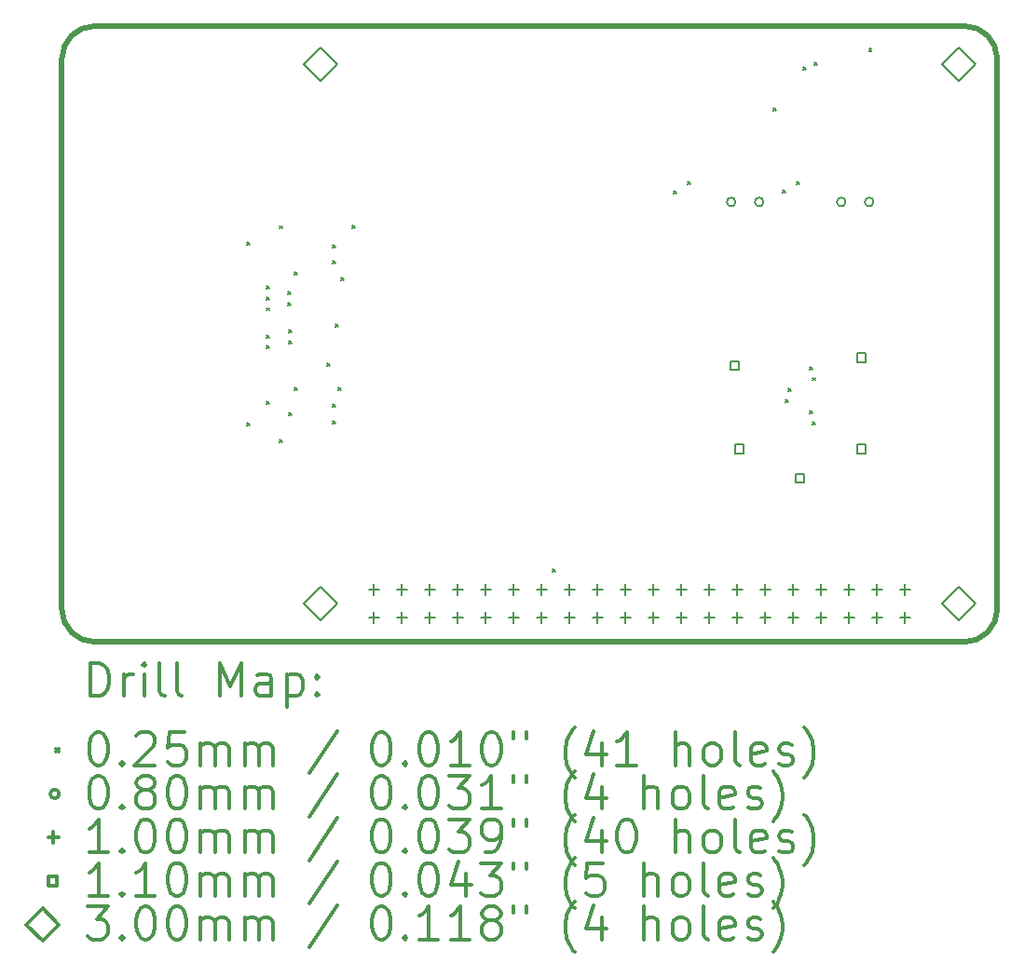
<source format=gbr>
%FSLAX45Y45*%
G04 Gerber Fmt 4.5, Leading zero omitted, Abs format (unit mm)*
G04 Created by KiCad (PCBNEW 5.1.6-c6e7f7d~87~ubuntu18.04.1) date 2020-07-27 17:04:36*
%MOMM*%
%LPD*%
G01*
G04 APERTURE LIST*
%TA.AperFunction,Profile*%
%ADD10C,0.500000*%
%TD*%
%ADD11C,0.200000*%
%ADD12C,0.300000*%
G04 APERTURE END LIST*
D10*
X8200000Y0D02*
X300000Y0D01*
X8200000Y5600000D02*
X300000Y5600000D01*
X300000Y0D02*
G75*
G02*
X0Y300000I0J300000D01*
G01*
X0Y300000D02*
X0Y5300000D01*
X0Y5300000D02*
G75*
G02*
X300000Y5600000I300000J0D01*
G01*
X8200000Y5600000D02*
G75*
G02*
X8500000Y5300000I0J-300000D01*
G01*
X8500000Y300000D02*
G75*
G02*
X8200000Y0I-300000J0D01*
G01*
X8500000Y5300000D02*
X8500000Y300000D01*
D11*
X1680500Y3631500D02*
X1705500Y3606500D01*
X1705500Y3631500D02*
X1680500Y3606500D01*
X1681500Y1992500D02*
X1706500Y1967500D01*
X1706500Y1992500D02*
X1681500Y1967500D01*
X1862500Y3237500D02*
X1887500Y3212500D01*
X1887500Y3237500D02*
X1862500Y3212500D01*
X1862500Y3137500D02*
X1887500Y3112500D01*
X1887500Y3137500D02*
X1862500Y3112500D01*
X1862500Y3037500D02*
X1887500Y3012500D01*
X1887500Y3037500D02*
X1862500Y3012500D01*
X1862500Y2787500D02*
X1887500Y2762500D01*
X1887500Y2787500D02*
X1862500Y2762500D01*
X1862500Y2697342D02*
X1887500Y2672342D01*
X1887500Y2697342D02*
X1862500Y2672342D01*
X1862500Y2187500D02*
X1887500Y2162500D01*
X1887500Y2187500D02*
X1862500Y2162500D01*
X1977500Y3782500D02*
X2002500Y3757500D01*
X2002500Y3782500D02*
X1977500Y3757500D01*
X1977500Y1842500D02*
X2002500Y1817500D01*
X2002500Y1842500D02*
X1977500Y1817500D01*
X2057500Y3187500D02*
X2082500Y3162500D01*
X2082500Y3187500D02*
X2057500Y3162500D01*
X2057500Y3087500D02*
X2082500Y3062500D01*
X2082500Y3087500D02*
X2057500Y3062500D01*
X2062500Y2837500D02*
X2087500Y2812500D01*
X2087500Y2837500D02*
X2062500Y2812500D01*
X2062500Y2737500D02*
X2087500Y2712500D01*
X2087500Y2737500D02*
X2062500Y2712500D01*
X2062500Y2087500D02*
X2087500Y2062500D01*
X2087500Y2087500D02*
X2062500Y2062500D01*
X2112500Y2312500D02*
X2137500Y2287500D01*
X2137500Y2312500D02*
X2112500Y2287500D01*
X2115000Y3365000D02*
X2140000Y3340000D01*
X2140000Y3365000D02*
X2115000Y3340000D01*
X2412500Y2537500D02*
X2437500Y2512500D01*
X2437500Y2537500D02*
X2412500Y2512500D01*
X2462500Y3612500D02*
X2487500Y3587500D01*
X2487500Y3612500D02*
X2462500Y3587500D01*
X2462500Y3462500D02*
X2487500Y3437500D01*
X2487500Y3462500D02*
X2462500Y3437500D01*
X2462500Y2162500D02*
X2487500Y2137500D01*
X2487500Y2162500D02*
X2462500Y2137500D01*
X2462500Y2012500D02*
X2487500Y1987500D01*
X2487500Y2012500D02*
X2462500Y1987500D01*
X2487500Y2887500D02*
X2512500Y2862500D01*
X2512500Y2887500D02*
X2487500Y2862500D01*
X2512500Y2312500D02*
X2537500Y2287500D01*
X2537500Y2312500D02*
X2512500Y2287500D01*
X2537500Y3312500D02*
X2562500Y3287500D01*
X2562500Y3312500D02*
X2537500Y3287500D01*
X2637500Y3787500D02*
X2662500Y3762500D01*
X2662500Y3787500D02*
X2637500Y3762500D01*
X4462501Y662499D02*
X4487501Y637499D01*
X4487501Y662499D02*
X4462501Y637499D01*
X5557500Y4102500D02*
X5582500Y4077500D01*
X5582500Y4102500D02*
X5557500Y4077500D01*
X5687500Y4182500D02*
X5712500Y4157500D01*
X5712500Y4182500D02*
X5687500Y4157500D01*
X6464500Y4851500D02*
X6489500Y4826500D01*
X6489500Y4851500D02*
X6464500Y4826500D01*
X6547500Y4112500D02*
X6572500Y4087500D01*
X6572500Y4112500D02*
X6547500Y4087500D01*
X6577500Y2202500D02*
X6602500Y2177500D01*
X6602500Y2202500D02*
X6577500Y2177500D01*
X6597500Y2302500D02*
X6622500Y2277500D01*
X6622500Y2302500D02*
X6597500Y2277500D01*
X6677500Y4182500D02*
X6702500Y4157500D01*
X6702500Y4182500D02*
X6677500Y4157500D01*
X6734500Y5226500D02*
X6759500Y5201500D01*
X6759500Y5226500D02*
X6734500Y5201500D01*
X6797500Y2502500D02*
X6822500Y2477500D01*
X6822500Y2502500D02*
X6797500Y2477500D01*
X6797500Y2102500D02*
X6822500Y2077500D01*
X6822500Y2102500D02*
X6797500Y2077500D01*
X6817500Y2402500D02*
X6842500Y2377500D01*
X6842500Y2402500D02*
X6817500Y2377500D01*
X6817500Y2002500D02*
X6842500Y1977500D01*
X6842500Y2002500D02*
X6817500Y1977500D01*
X6841500Y5271500D02*
X6866500Y5246500D01*
X6866500Y5271500D02*
X6841500Y5246500D01*
X7333500Y5396500D02*
X7358500Y5371500D01*
X7358500Y5396500D02*
X7333500Y5371500D01*
X7122500Y4000000D02*
G75*
G03*
X7122500Y4000000I-40000J0D01*
G01*
X7376500Y4000000D02*
G75*
G03*
X7376500Y4000000I-40000J0D01*
G01*
X6122500Y4000000D02*
G75*
G03*
X6122500Y4000000I-40000J0D01*
G01*
X6376500Y4000000D02*
G75*
G03*
X6376500Y4000000I-40000J0D01*
G01*
X2837000Y527000D02*
X2837000Y427000D01*
X2787000Y477000D02*
X2887000Y477000D01*
X2837000Y273000D02*
X2837000Y173000D01*
X2787000Y223000D02*
X2887000Y223000D01*
X3091000Y527000D02*
X3091000Y427000D01*
X3041000Y477000D02*
X3141000Y477000D01*
X3091000Y273000D02*
X3091000Y173000D01*
X3041000Y223000D02*
X3141000Y223000D01*
X3345000Y527000D02*
X3345000Y427000D01*
X3295000Y477000D02*
X3395000Y477000D01*
X3345000Y273000D02*
X3345000Y173000D01*
X3295000Y223000D02*
X3395000Y223000D01*
X3599000Y527000D02*
X3599000Y427000D01*
X3549000Y477000D02*
X3649000Y477000D01*
X3599000Y273000D02*
X3599000Y173000D01*
X3549000Y223000D02*
X3649000Y223000D01*
X3853000Y527000D02*
X3853000Y427000D01*
X3803000Y477000D02*
X3903000Y477000D01*
X3853000Y273000D02*
X3853000Y173000D01*
X3803000Y223000D02*
X3903000Y223000D01*
X4107000Y527000D02*
X4107000Y427000D01*
X4057000Y477000D02*
X4157000Y477000D01*
X4107000Y273000D02*
X4107000Y173000D01*
X4057000Y223000D02*
X4157000Y223000D01*
X4361000Y527000D02*
X4361000Y427000D01*
X4311000Y477000D02*
X4411000Y477000D01*
X4361000Y273000D02*
X4361000Y173000D01*
X4311000Y223000D02*
X4411000Y223000D01*
X4615000Y527000D02*
X4615000Y427000D01*
X4565000Y477000D02*
X4665000Y477000D01*
X4615000Y273000D02*
X4615000Y173000D01*
X4565000Y223000D02*
X4665000Y223000D01*
X4869000Y527000D02*
X4869000Y427000D01*
X4819000Y477000D02*
X4919000Y477000D01*
X4869000Y273000D02*
X4869000Y173000D01*
X4819000Y223000D02*
X4919000Y223000D01*
X5123000Y527000D02*
X5123000Y427000D01*
X5073000Y477000D02*
X5173000Y477000D01*
X5123000Y273000D02*
X5123000Y173000D01*
X5073000Y223000D02*
X5173000Y223000D01*
X5377000Y527000D02*
X5377000Y427000D01*
X5327000Y477000D02*
X5427000Y477000D01*
X5377000Y273000D02*
X5377000Y173000D01*
X5327000Y223000D02*
X5427000Y223000D01*
X5631000Y527000D02*
X5631000Y427000D01*
X5581000Y477000D02*
X5681000Y477000D01*
X5631000Y273000D02*
X5631000Y173000D01*
X5581000Y223000D02*
X5681000Y223000D01*
X5885000Y527000D02*
X5885000Y427000D01*
X5835000Y477000D02*
X5935000Y477000D01*
X5885000Y273000D02*
X5885000Y173000D01*
X5835000Y223000D02*
X5935000Y223000D01*
X6139000Y527000D02*
X6139000Y427000D01*
X6089000Y477000D02*
X6189000Y477000D01*
X6139000Y273000D02*
X6139000Y173000D01*
X6089000Y223000D02*
X6189000Y223000D01*
X6393000Y527000D02*
X6393000Y427000D01*
X6343000Y477000D02*
X6443000Y477000D01*
X6393000Y273000D02*
X6393000Y173000D01*
X6343000Y223000D02*
X6443000Y223000D01*
X6647000Y527000D02*
X6647000Y427000D01*
X6597000Y477000D02*
X6697000Y477000D01*
X6647000Y273000D02*
X6647000Y173000D01*
X6597000Y223000D02*
X6697000Y223000D01*
X6901000Y527000D02*
X6901000Y427000D01*
X6851000Y477000D02*
X6951000Y477000D01*
X6901000Y273000D02*
X6901000Y173000D01*
X6851000Y223000D02*
X6951000Y223000D01*
X7155000Y527000D02*
X7155000Y427000D01*
X7105000Y477000D02*
X7205000Y477000D01*
X7155000Y273000D02*
X7155000Y173000D01*
X7105000Y223000D02*
X7205000Y223000D01*
X7409000Y527000D02*
X7409000Y427000D01*
X7359000Y477000D02*
X7459000Y477000D01*
X7409000Y273000D02*
X7409000Y173000D01*
X7359000Y223000D02*
X7459000Y223000D01*
X7663000Y527000D02*
X7663000Y427000D01*
X7613000Y477000D02*
X7713000Y477000D01*
X7663000Y273000D02*
X7663000Y173000D01*
X7613000Y223000D02*
X7713000Y223000D01*
X6153891Y2476109D02*
X6153891Y2553891D01*
X6076109Y2553891D01*
X6076109Y2476109D01*
X6153891Y2476109D01*
X6193891Y1716109D02*
X6193891Y1793891D01*
X6116109Y1793891D01*
X6116109Y1716109D01*
X6193891Y1716109D01*
X6748891Y1446109D02*
X6748891Y1523891D01*
X6671109Y1523891D01*
X6671109Y1446109D01*
X6748891Y1446109D01*
X7303891Y2546109D02*
X7303891Y2623891D01*
X7226109Y2623891D01*
X7226109Y2546109D01*
X7303891Y2546109D01*
X7303891Y1716109D02*
X7303891Y1793891D01*
X7226109Y1793891D01*
X7226109Y1716109D01*
X7303891Y1716109D01*
X8150000Y5100000D02*
X8300000Y5250000D01*
X8150000Y5400000D01*
X8000000Y5250000D01*
X8150000Y5100000D01*
X8150000Y200000D02*
X8300000Y350000D01*
X8150000Y500000D01*
X8000000Y350000D01*
X8150000Y200000D01*
X2350000Y200000D02*
X2500000Y350000D01*
X2350000Y500000D01*
X2200000Y350000D01*
X2350000Y200000D01*
X2350000Y5100000D02*
X2500000Y5250000D01*
X2350000Y5400000D01*
X2200000Y5250000D01*
X2350000Y5100000D01*
D12*
X261428Y-490714D02*
X261428Y-190714D01*
X332857Y-190714D01*
X375714Y-205000D01*
X404285Y-233571D01*
X418571Y-262143D01*
X432857Y-319286D01*
X432857Y-362143D01*
X418571Y-419286D01*
X404285Y-447857D01*
X375714Y-476429D01*
X332857Y-490714D01*
X261428Y-490714D01*
X561428Y-490714D02*
X561428Y-290714D01*
X561428Y-347857D02*
X575714Y-319286D01*
X590000Y-305000D01*
X618571Y-290714D01*
X647143Y-290714D01*
X747143Y-490714D02*
X747143Y-290714D01*
X747143Y-190714D02*
X732857Y-205000D01*
X747143Y-219286D01*
X761428Y-205000D01*
X747143Y-190714D01*
X747143Y-219286D01*
X932857Y-490714D02*
X904285Y-476429D01*
X890000Y-447857D01*
X890000Y-190714D01*
X1090000Y-490714D02*
X1061428Y-476429D01*
X1047143Y-447857D01*
X1047143Y-190714D01*
X1432857Y-490714D02*
X1432857Y-190714D01*
X1532857Y-405000D01*
X1632857Y-190714D01*
X1632857Y-490714D01*
X1904285Y-490714D02*
X1904285Y-333572D01*
X1890000Y-305000D01*
X1861428Y-290714D01*
X1804285Y-290714D01*
X1775714Y-305000D01*
X1904285Y-476429D02*
X1875714Y-490714D01*
X1804285Y-490714D01*
X1775714Y-476429D01*
X1761428Y-447857D01*
X1761428Y-419286D01*
X1775714Y-390714D01*
X1804285Y-376429D01*
X1875714Y-376429D01*
X1904285Y-362143D01*
X2047143Y-290714D02*
X2047143Y-590714D01*
X2047143Y-305000D02*
X2075714Y-290714D01*
X2132857Y-290714D01*
X2161428Y-305000D01*
X2175714Y-319286D01*
X2190000Y-347857D01*
X2190000Y-433571D01*
X2175714Y-462143D01*
X2161428Y-476429D01*
X2132857Y-490714D01*
X2075714Y-490714D01*
X2047143Y-476429D01*
X2318571Y-462143D02*
X2332857Y-476429D01*
X2318571Y-490714D01*
X2304286Y-476429D01*
X2318571Y-462143D01*
X2318571Y-490714D01*
X2318571Y-305000D02*
X2332857Y-319286D01*
X2318571Y-333572D01*
X2304286Y-319286D01*
X2318571Y-305000D01*
X2318571Y-333572D01*
X-50000Y-972500D02*
X-25000Y-997500D01*
X-25000Y-972500D02*
X-50000Y-997500D01*
X318571Y-820714D02*
X347143Y-820714D01*
X375714Y-835000D01*
X390000Y-849286D01*
X404285Y-877857D01*
X418571Y-935000D01*
X418571Y-1006429D01*
X404285Y-1063572D01*
X390000Y-1092143D01*
X375714Y-1106429D01*
X347143Y-1120714D01*
X318571Y-1120714D01*
X290000Y-1106429D01*
X275714Y-1092143D01*
X261428Y-1063572D01*
X247143Y-1006429D01*
X247143Y-935000D01*
X261428Y-877857D01*
X275714Y-849286D01*
X290000Y-835000D01*
X318571Y-820714D01*
X547143Y-1092143D02*
X561428Y-1106429D01*
X547143Y-1120714D01*
X532857Y-1106429D01*
X547143Y-1092143D01*
X547143Y-1120714D01*
X675714Y-849286D02*
X690000Y-835000D01*
X718571Y-820714D01*
X790000Y-820714D01*
X818571Y-835000D01*
X832857Y-849286D01*
X847143Y-877857D01*
X847143Y-906429D01*
X832857Y-949286D01*
X661428Y-1120714D01*
X847143Y-1120714D01*
X1118571Y-820714D02*
X975714Y-820714D01*
X961428Y-963571D01*
X975714Y-949286D01*
X1004285Y-935000D01*
X1075714Y-935000D01*
X1104286Y-949286D01*
X1118571Y-963571D01*
X1132857Y-992143D01*
X1132857Y-1063572D01*
X1118571Y-1092143D01*
X1104286Y-1106429D01*
X1075714Y-1120714D01*
X1004285Y-1120714D01*
X975714Y-1106429D01*
X961428Y-1092143D01*
X1261428Y-1120714D02*
X1261428Y-920714D01*
X1261428Y-949286D02*
X1275714Y-935000D01*
X1304286Y-920714D01*
X1347143Y-920714D01*
X1375714Y-935000D01*
X1390000Y-963571D01*
X1390000Y-1120714D01*
X1390000Y-963571D02*
X1404285Y-935000D01*
X1432857Y-920714D01*
X1475714Y-920714D01*
X1504285Y-935000D01*
X1518571Y-963571D01*
X1518571Y-1120714D01*
X1661428Y-1120714D02*
X1661428Y-920714D01*
X1661428Y-949286D02*
X1675714Y-935000D01*
X1704285Y-920714D01*
X1747143Y-920714D01*
X1775714Y-935000D01*
X1790000Y-963571D01*
X1790000Y-1120714D01*
X1790000Y-963571D02*
X1804285Y-935000D01*
X1832857Y-920714D01*
X1875714Y-920714D01*
X1904285Y-935000D01*
X1918571Y-963571D01*
X1918571Y-1120714D01*
X2504286Y-806429D02*
X2247143Y-1192143D01*
X2890000Y-820714D02*
X2918571Y-820714D01*
X2947143Y-835000D01*
X2961428Y-849286D01*
X2975714Y-877857D01*
X2990000Y-935000D01*
X2990000Y-1006429D01*
X2975714Y-1063572D01*
X2961428Y-1092143D01*
X2947143Y-1106429D01*
X2918571Y-1120714D01*
X2890000Y-1120714D01*
X2861428Y-1106429D01*
X2847143Y-1092143D01*
X2832857Y-1063572D01*
X2818571Y-1006429D01*
X2818571Y-935000D01*
X2832857Y-877857D01*
X2847143Y-849286D01*
X2861428Y-835000D01*
X2890000Y-820714D01*
X3118571Y-1092143D02*
X3132857Y-1106429D01*
X3118571Y-1120714D01*
X3104285Y-1106429D01*
X3118571Y-1092143D01*
X3118571Y-1120714D01*
X3318571Y-820714D02*
X3347143Y-820714D01*
X3375714Y-835000D01*
X3390000Y-849286D01*
X3404285Y-877857D01*
X3418571Y-935000D01*
X3418571Y-1006429D01*
X3404285Y-1063572D01*
X3390000Y-1092143D01*
X3375714Y-1106429D01*
X3347143Y-1120714D01*
X3318571Y-1120714D01*
X3290000Y-1106429D01*
X3275714Y-1092143D01*
X3261428Y-1063572D01*
X3247143Y-1006429D01*
X3247143Y-935000D01*
X3261428Y-877857D01*
X3275714Y-849286D01*
X3290000Y-835000D01*
X3318571Y-820714D01*
X3704285Y-1120714D02*
X3532857Y-1120714D01*
X3618571Y-1120714D02*
X3618571Y-820714D01*
X3590000Y-863571D01*
X3561428Y-892143D01*
X3532857Y-906429D01*
X3890000Y-820714D02*
X3918571Y-820714D01*
X3947143Y-835000D01*
X3961428Y-849286D01*
X3975714Y-877857D01*
X3990000Y-935000D01*
X3990000Y-1006429D01*
X3975714Y-1063572D01*
X3961428Y-1092143D01*
X3947143Y-1106429D01*
X3918571Y-1120714D01*
X3890000Y-1120714D01*
X3861428Y-1106429D01*
X3847143Y-1092143D01*
X3832857Y-1063572D01*
X3818571Y-1006429D01*
X3818571Y-935000D01*
X3832857Y-877857D01*
X3847143Y-849286D01*
X3861428Y-835000D01*
X3890000Y-820714D01*
X4104285Y-820714D02*
X4104285Y-877857D01*
X4218571Y-820714D02*
X4218571Y-877857D01*
X4661428Y-1235000D02*
X4647143Y-1220714D01*
X4618571Y-1177857D01*
X4604286Y-1149286D01*
X4590000Y-1106429D01*
X4575714Y-1035000D01*
X4575714Y-977857D01*
X4590000Y-906429D01*
X4604286Y-863571D01*
X4618571Y-835000D01*
X4647143Y-792143D01*
X4661428Y-777857D01*
X4904286Y-920714D02*
X4904286Y-1120714D01*
X4832857Y-806429D02*
X4761428Y-1020714D01*
X4947143Y-1020714D01*
X5218571Y-1120714D02*
X5047143Y-1120714D01*
X5132857Y-1120714D02*
X5132857Y-820714D01*
X5104286Y-863571D01*
X5075714Y-892143D01*
X5047143Y-906429D01*
X5575714Y-1120714D02*
X5575714Y-820714D01*
X5704285Y-1120714D02*
X5704285Y-963571D01*
X5690000Y-935000D01*
X5661428Y-920714D01*
X5618571Y-920714D01*
X5590000Y-935000D01*
X5575714Y-949286D01*
X5890000Y-1120714D02*
X5861428Y-1106429D01*
X5847143Y-1092143D01*
X5832857Y-1063572D01*
X5832857Y-977857D01*
X5847143Y-949286D01*
X5861428Y-935000D01*
X5890000Y-920714D01*
X5932857Y-920714D01*
X5961428Y-935000D01*
X5975714Y-949286D01*
X5990000Y-977857D01*
X5990000Y-1063572D01*
X5975714Y-1092143D01*
X5961428Y-1106429D01*
X5932857Y-1120714D01*
X5890000Y-1120714D01*
X6161428Y-1120714D02*
X6132857Y-1106429D01*
X6118571Y-1077857D01*
X6118571Y-820714D01*
X6390000Y-1106429D02*
X6361428Y-1120714D01*
X6304285Y-1120714D01*
X6275714Y-1106429D01*
X6261428Y-1077857D01*
X6261428Y-963571D01*
X6275714Y-935000D01*
X6304285Y-920714D01*
X6361428Y-920714D01*
X6390000Y-935000D01*
X6404285Y-963571D01*
X6404285Y-992143D01*
X6261428Y-1020714D01*
X6518571Y-1106429D02*
X6547143Y-1120714D01*
X6604285Y-1120714D01*
X6632857Y-1106429D01*
X6647143Y-1077857D01*
X6647143Y-1063572D01*
X6632857Y-1035000D01*
X6604285Y-1020714D01*
X6561428Y-1020714D01*
X6532857Y-1006429D01*
X6518571Y-977857D01*
X6518571Y-963571D01*
X6532857Y-935000D01*
X6561428Y-920714D01*
X6604285Y-920714D01*
X6632857Y-935000D01*
X6747143Y-1235000D02*
X6761428Y-1220714D01*
X6790000Y-1177857D01*
X6804285Y-1149286D01*
X6818571Y-1106429D01*
X6832857Y-1035000D01*
X6832857Y-977857D01*
X6818571Y-906429D01*
X6804285Y-863571D01*
X6790000Y-835000D01*
X6761428Y-792143D01*
X6747143Y-777857D01*
X-25000Y-1381000D02*
G75*
G03*
X-25000Y-1381000I-40000J0D01*
G01*
X318571Y-1216714D02*
X347143Y-1216714D01*
X375714Y-1231000D01*
X390000Y-1245286D01*
X404285Y-1273857D01*
X418571Y-1331000D01*
X418571Y-1402429D01*
X404285Y-1459571D01*
X390000Y-1488143D01*
X375714Y-1502429D01*
X347143Y-1516714D01*
X318571Y-1516714D01*
X290000Y-1502429D01*
X275714Y-1488143D01*
X261428Y-1459571D01*
X247143Y-1402429D01*
X247143Y-1331000D01*
X261428Y-1273857D01*
X275714Y-1245286D01*
X290000Y-1231000D01*
X318571Y-1216714D01*
X547143Y-1488143D02*
X561428Y-1502429D01*
X547143Y-1516714D01*
X532857Y-1502429D01*
X547143Y-1488143D01*
X547143Y-1516714D01*
X732857Y-1345286D02*
X704285Y-1331000D01*
X690000Y-1316714D01*
X675714Y-1288143D01*
X675714Y-1273857D01*
X690000Y-1245286D01*
X704285Y-1231000D01*
X732857Y-1216714D01*
X790000Y-1216714D01*
X818571Y-1231000D01*
X832857Y-1245286D01*
X847143Y-1273857D01*
X847143Y-1288143D01*
X832857Y-1316714D01*
X818571Y-1331000D01*
X790000Y-1345286D01*
X732857Y-1345286D01*
X704285Y-1359572D01*
X690000Y-1373857D01*
X675714Y-1402429D01*
X675714Y-1459571D01*
X690000Y-1488143D01*
X704285Y-1502429D01*
X732857Y-1516714D01*
X790000Y-1516714D01*
X818571Y-1502429D01*
X832857Y-1488143D01*
X847143Y-1459571D01*
X847143Y-1402429D01*
X832857Y-1373857D01*
X818571Y-1359572D01*
X790000Y-1345286D01*
X1032857Y-1216714D02*
X1061428Y-1216714D01*
X1090000Y-1231000D01*
X1104286Y-1245286D01*
X1118571Y-1273857D01*
X1132857Y-1331000D01*
X1132857Y-1402429D01*
X1118571Y-1459571D01*
X1104286Y-1488143D01*
X1090000Y-1502429D01*
X1061428Y-1516714D01*
X1032857Y-1516714D01*
X1004285Y-1502429D01*
X990000Y-1488143D01*
X975714Y-1459571D01*
X961428Y-1402429D01*
X961428Y-1331000D01*
X975714Y-1273857D01*
X990000Y-1245286D01*
X1004285Y-1231000D01*
X1032857Y-1216714D01*
X1261428Y-1516714D02*
X1261428Y-1316714D01*
X1261428Y-1345286D02*
X1275714Y-1331000D01*
X1304286Y-1316714D01*
X1347143Y-1316714D01*
X1375714Y-1331000D01*
X1390000Y-1359572D01*
X1390000Y-1516714D01*
X1390000Y-1359572D02*
X1404285Y-1331000D01*
X1432857Y-1316714D01*
X1475714Y-1316714D01*
X1504285Y-1331000D01*
X1518571Y-1359572D01*
X1518571Y-1516714D01*
X1661428Y-1516714D02*
X1661428Y-1316714D01*
X1661428Y-1345286D02*
X1675714Y-1331000D01*
X1704285Y-1316714D01*
X1747143Y-1316714D01*
X1775714Y-1331000D01*
X1790000Y-1359572D01*
X1790000Y-1516714D01*
X1790000Y-1359572D02*
X1804285Y-1331000D01*
X1832857Y-1316714D01*
X1875714Y-1316714D01*
X1904285Y-1331000D01*
X1918571Y-1359572D01*
X1918571Y-1516714D01*
X2504286Y-1202429D02*
X2247143Y-1588143D01*
X2890000Y-1216714D02*
X2918571Y-1216714D01*
X2947143Y-1231000D01*
X2961428Y-1245286D01*
X2975714Y-1273857D01*
X2990000Y-1331000D01*
X2990000Y-1402429D01*
X2975714Y-1459571D01*
X2961428Y-1488143D01*
X2947143Y-1502429D01*
X2918571Y-1516714D01*
X2890000Y-1516714D01*
X2861428Y-1502429D01*
X2847143Y-1488143D01*
X2832857Y-1459571D01*
X2818571Y-1402429D01*
X2818571Y-1331000D01*
X2832857Y-1273857D01*
X2847143Y-1245286D01*
X2861428Y-1231000D01*
X2890000Y-1216714D01*
X3118571Y-1488143D02*
X3132857Y-1502429D01*
X3118571Y-1516714D01*
X3104285Y-1502429D01*
X3118571Y-1488143D01*
X3118571Y-1516714D01*
X3318571Y-1216714D02*
X3347143Y-1216714D01*
X3375714Y-1231000D01*
X3390000Y-1245286D01*
X3404285Y-1273857D01*
X3418571Y-1331000D01*
X3418571Y-1402429D01*
X3404285Y-1459571D01*
X3390000Y-1488143D01*
X3375714Y-1502429D01*
X3347143Y-1516714D01*
X3318571Y-1516714D01*
X3290000Y-1502429D01*
X3275714Y-1488143D01*
X3261428Y-1459571D01*
X3247143Y-1402429D01*
X3247143Y-1331000D01*
X3261428Y-1273857D01*
X3275714Y-1245286D01*
X3290000Y-1231000D01*
X3318571Y-1216714D01*
X3518571Y-1216714D02*
X3704285Y-1216714D01*
X3604285Y-1331000D01*
X3647143Y-1331000D01*
X3675714Y-1345286D01*
X3690000Y-1359572D01*
X3704285Y-1388143D01*
X3704285Y-1459571D01*
X3690000Y-1488143D01*
X3675714Y-1502429D01*
X3647143Y-1516714D01*
X3561428Y-1516714D01*
X3532857Y-1502429D01*
X3518571Y-1488143D01*
X3990000Y-1516714D02*
X3818571Y-1516714D01*
X3904285Y-1516714D02*
X3904285Y-1216714D01*
X3875714Y-1259572D01*
X3847143Y-1288143D01*
X3818571Y-1302429D01*
X4104285Y-1216714D02*
X4104285Y-1273857D01*
X4218571Y-1216714D02*
X4218571Y-1273857D01*
X4661428Y-1631000D02*
X4647143Y-1616714D01*
X4618571Y-1573857D01*
X4604286Y-1545286D01*
X4590000Y-1502429D01*
X4575714Y-1431000D01*
X4575714Y-1373857D01*
X4590000Y-1302429D01*
X4604286Y-1259572D01*
X4618571Y-1231000D01*
X4647143Y-1188143D01*
X4661428Y-1173857D01*
X4904286Y-1316714D02*
X4904286Y-1516714D01*
X4832857Y-1202429D02*
X4761428Y-1416714D01*
X4947143Y-1416714D01*
X5290000Y-1516714D02*
X5290000Y-1216714D01*
X5418571Y-1516714D02*
X5418571Y-1359572D01*
X5404286Y-1331000D01*
X5375714Y-1316714D01*
X5332857Y-1316714D01*
X5304286Y-1331000D01*
X5290000Y-1345286D01*
X5604285Y-1516714D02*
X5575714Y-1502429D01*
X5561428Y-1488143D01*
X5547143Y-1459571D01*
X5547143Y-1373857D01*
X5561428Y-1345286D01*
X5575714Y-1331000D01*
X5604285Y-1316714D01*
X5647143Y-1316714D01*
X5675714Y-1331000D01*
X5690000Y-1345286D01*
X5704285Y-1373857D01*
X5704285Y-1459571D01*
X5690000Y-1488143D01*
X5675714Y-1502429D01*
X5647143Y-1516714D01*
X5604285Y-1516714D01*
X5875714Y-1516714D02*
X5847143Y-1502429D01*
X5832857Y-1473857D01*
X5832857Y-1216714D01*
X6104285Y-1502429D02*
X6075714Y-1516714D01*
X6018571Y-1516714D01*
X5990000Y-1502429D01*
X5975714Y-1473857D01*
X5975714Y-1359572D01*
X5990000Y-1331000D01*
X6018571Y-1316714D01*
X6075714Y-1316714D01*
X6104285Y-1331000D01*
X6118571Y-1359572D01*
X6118571Y-1388143D01*
X5975714Y-1416714D01*
X6232857Y-1502429D02*
X6261428Y-1516714D01*
X6318571Y-1516714D01*
X6347143Y-1502429D01*
X6361428Y-1473857D01*
X6361428Y-1459571D01*
X6347143Y-1431000D01*
X6318571Y-1416714D01*
X6275714Y-1416714D01*
X6247143Y-1402429D01*
X6232857Y-1373857D01*
X6232857Y-1359572D01*
X6247143Y-1331000D01*
X6275714Y-1316714D01*
X6318571Y-1316714D01*
X6347143Y-1331000D01*
X6461428Y-1631000D02*
X6475714Y-1616714D01*
X6504285Y-1573857D01*
X6518571Y-1545286D01*
X6532857Y-1502429D01*
X6547143Y-1431000D01*
X6547143Y-1373857D01*
X6532857Y-1302429D01*
X6518571Y-1259572D01*
X6504285Y-1231000D01*
X6475714Y-1188143D01*
X6461428Y-1173857D01*
X-75000Y-1727000D02*
X-75000Y-1827000D01*
X-125000Y-1777000D02*
X-25000Y-1777000D01*
X418571Y-1912714D02*
X247143Y-1912714D01*
X332857Y-1912714D02*
X332857Y-1612714D01*
X304286Y-1655571D01*
X275714Y-1684143D01*
X247143Y-1698429D01*
X547143Y-1884143D02*
X561428Y-1898429D01*
X547143Y-1912714D01*
X532857Y-1898429D01*
X547143Y-1884143D01*
X547143Y-1912714D01*
X747143Y-1612714D02*
X775714Y-1612714D01*
X804285Y-1627000D01*
X818571Y-1641286D01*
X832857Y-1669857D01*
X847143Y-1727000D01*
X847143Y-1798429D01*
X832857Y-1855571D01*
X818571Y-1884143D01*
X804285Y-1898429D01*
X775714Y-1912714D01*
X747143Y-1912714D01*
X718571Y-1898429D01*
X704285Y-1884143D01*
X690000Y-1855571D01*
X675714Y-1798429D01*
X675714Y-1727000D01*
X690000Y-1669857D01*
X704285Y-1641286D01*
X718571Y-1627000D01*
X747143Y-1612714D01*
X1032857Y-1612714D02*
X1061428Y-1612714D01*
X1090000Y-1627000D01*
X1104286Y-1641286D01*
X1118571Y-1669857D01*
X1132857Y-1727000D01*
X1132857Y-1798429D01*
X1118571Y-1855571D01*
X1104286Y-1884143D01*
X1090000Y-1898429D01*
X1061428Y-1912714D01*
X1032857Y-1912714D01*
X1004285Y-1898429D01*
X990000Y-1884143D01*
X975714Y-1855571D01*
X961428Y-1798429D01*
X961428Y-1727000D01*
X975714Y-1669857D01*
X990000Y-1641286D01*
X1004285Y-1627000D01*
X1032857Y-1612714D01*
X1261428Y-1912714D02*
X1261428Y-1712714D01*
X1261428Y-1741286D02*
X1275714Y-1727000D01*
X1304286Y-1712714D01*
X1347143Y-1712714D01*
X1375714Y-1727000D01*
X1390000Y-1755571D01*
X1390000Y-1912714D01*
X1390000Y-1755571D02*
X1404285Y-1727000D01*
X1432857Y-1712714D01*
X1475714Y-1712714D01*
X1504285Y-1727000D01*
X1518571Y-1755571D01*
X1518571Y-1912714D01*
X1661428Y-1912714D02*
X1661428Y-1712714D01*
X1661428Y-1741286D02*
X1675714Y-1727000D01*
X1704285Y-1712714D01*
X1747143Y-1712714D01*
X1775714Y-1727000D01*
X1790000Y-1755571D01*
X1790000Y-1912714D01*
X1790000Y-1755571D02*
X1804285Y-1727000D01*
X1832857Y-1712714D01*
X1875714Y-1712714D01*
X1904285Y-1727000D01*
X1918571Y-1755571D01*
X1918571Y-1912714D01*
X2504286Y-1598429D02*
X2247143Y-1984143D01*
X2890000Y-1612714D02*
X2918571Y-1612714D01*
X2947143Y-1627000D01*
X2961428Y-1641286D01*
X2975714Y-1669857D01*
X2990000Y-1727000D01*
X2990000Y-1798429D01*
X2975714Y-1855571D01*
X2961428Y-1884143D01*
X2947143Y-1898429D01*
X2918571Y-1912714D01*
X2890000Y-1912714D01*
X2861428Y-1898429D01*
X2847143Y-1884143D01*
X2832857Y-1855571D01*
X2818571Y-1798429D01*
X2818571Y-1727000D01*
X2832857Y-1669857D01*
X2847143Y-1641286D01*
X2861428Y-1627000D01*
X2890000Y-1612714D01*
X3118571Y-1884143D02*
X3132857Y-1898429D01*
X3118571Y-1912714D01*
X3104285Y-1898429D01*
X3118571Y-1884143D01*
X3118571Y-1912714D01*
X3318571Y-1612714D02*
X3347143Y-1612714D01*
X3375714Y-1627000D01*
X3390000Y-1641286D01*
X3404285Y-1669857D01*
X3418571Y-1727000D01*
X3418571Y-1798429D01*
X3404285Y-1855571D01*
X3390000Y-1884143D01*
X3375714Y-1898429D01*
X3347143Y-1912714D01*
X3318571Y-1912714D01*
X3290000Y-1898429D01*
X3275714Y-1884143D01*
X3261428Y-1855571D01*
X3247143Y-1798429D01*
X3247143Y-1727000D01*
X3261428Y-1669857D01*
X3275714Y-1641286D01*
X3290000Y-1627000D01*
X3318571Y-1612714D01*
X3518571Y-1612714D02*
X3704285Y-1612714D01*
X3604285Y-1727000D01*
X3647143Y-1727000D01*
X3675714Y-1741286D01*
X3690000Y-1755571D01*
X3704285Y-1784143D01*
X3704285Y-1855571D01*
X3690000Y-1884143D01*
X3675714Y-1898429D01*
X3647143Y-1912714D01*
X3561428Y-1912714D01*
X3532857Y-1898429D01*
X3518571Y-1884143D01*
X3847143Y-1912714D02*
X3904285Y-1912714D01*
X3932857Y-1898429D01*
X3947143Y-1884143D01*
X3975714Y-1841286D01*
X3990000Y-1784143D01*
X3990000Y-1669857D01*
X3975714Y-1641286D01*
X3961428Y-1627000D01*
X3932857Y-1612714D01*
X3875714Y-1612714D01*
X3847143Y-1627000D01*
X3832857Y-1641286D01*
X3818571Y-1669857D01*
X3818571Y-1741286D01*
X3832857Y-1769857D01*
X3847143Y-1784143D01*
X3875714Y-1798429D01*
X3932857Y-1798429D01*
X3961428Y-1784143D01*
X3975714Y-1769857D01*
X3990000Y-1741286D01*
X4104285Y-1612714D02*
X4104285Y-1669857D01*
X4218571Y-1612714D02*
X4218571Y-1669857D01*
X4661428Y-2027000D02*
X4647143Y-2012714D01*
X4618571Y-1969857D01*
X4604286Y-1941286D01*
X4590000Y-1898429D01*
X4575714Y-1827000D01*
X4575714Y-1769857D01*
X4590000Y-1698429D01*
X4604286Y-1655571D01*
X4618571Y-1627000D01*
X4647143Y-1584143D01*
X4661428Y-1569857D01*
X4904286Y-1712714D02*
X4904286Y-1912714D01*
X4832857Y-1598429D02*
X4761428Y-1812714D01*
X4947143Y-1812714D01*
X5118571Y-1612714D02*
X5147143Y-1612714D01*
X5175714Y-1627000D01*
X5190000Y-1641286D01*
X5204286Y-1669857D01*
X5218571Y-1727000D01*
X5218571Y-1798429D01*
X5204286Y-1855571D01*
X5190000Y-1884143D01*
X5175714Y-1898429D01*
X5147143Y-1912714D01*
X5118571Y-1912714D01*
X5090000Y-1898429D01*
X5075714Y-1884143D01*
X5061428Y-1855571D01*
X5047143Y-1798429D01*
X5047143Y-1727000D01*
X5061428Y-1669857D01*
X5075714Y-1641286D01*
X5090000Y-1627000D01*
X5118571Y-1612714D01*
X5575714Y-1912714D02*
X5575714Y-1612714D01*
X5704285Y-1912714D02*
X5704285Y-1755571D01*
X5690000Y-1727000D01*
X5661428Y-1712714D01*
X5618571Y-1712714D01*
X5590000Y-1727000D01*
X5575714Y-1741286D01*
X5890000Y-1912714D02*
X5861428Y-1898429D01*
X5847143Y-1884143D01*
X5832857Y-1855571D01*
X5832857Y-1769857D01*
X5847143Y-1741286D01*
X5861428Y-1727000D01*
X5890000Y-1712714D01*
X5932857Y-1712714D01*
X5961428Y-1727000D01*
X5975714Y-1741286D01*
X5990000Y-1769857D01*
X5990000Y-1855571D01*
X5975714Y-1884143D01*
X5961428Y-1898429D01*
X5932857Y-1912714D01*
X5890000Y-1912714D01*
X6161428Y-1912714D02*
X6132857Y-1898429D01*
X6118571Y-1869857D01*
X6118571Y-1612714D01*
X6390000Y-1898429D02*
X6361428Y-1912714D01*
X6304285Y-1912714D01*
X6275714Y-1898429D01*
X6261428Y-1869857D01*
X6261428Y-1755571D01*
X6275714Y-1727000D01*
X6304285Y-1712714D01*
X6361428Y-1712714D01*
X6390000Y-1727000D01*
X6404285Y-1755571D01*
X6404285Y-1784143D01*
X6261428Y-1812714D01*
X6518571Y-1898429D02*
X6547143Y-1912714D01*
X6604285Y-1912714D01*
X6632857Y-1898429D01*
X6647143Y-1869857D01*
X6647143Y-1855571D01*
X6632857Y-1827000D01*
X6604285Y-1812714D01*
X6561428Y-1812714D01*
X6532857Y-1798429D01*
X6518571Y-1769857D01*
X6518571Y-1755571D01*
X6532857Y-1727000D01*
X6561428Y-1712714D01*
X6604285Y-1712714D01*
X6632857Y-1727000D01*
X6747143Y-2027000D02*
X6761428Y-2012714D01*
X6790000Y-1969857D01*
X6804285Y-1941286D01*
X6818571Y-1898429D01*
X6832857Y-1827000D01*
X6832857Y-1769857D01*
X6818571Y-1698429D01*
X6804285Y-1655571D01*
X6790000Y-1627000D01*
X6761428Y-1584143D01*
X6747143Y-1569857D01*
X-41109Y-2211891D02*
X-41109Y-2134109D01*
X-118891Y-2134109D01*
X-118891Y-2211891D01*
X-41109Y-2211891D01*
X418571Y-2308714D02*
X247143Y-2308714D01*
X332857Y-2308714D02*
X332857Y-2008714D01*
X304286Y-2051571D01*
X275714Y-2080143D01*
X247143Y-2094429D01*
X547143Y-2280143D02*
X561428Y-2294429D01*
X547143Y-2308714D01*
X532857Y-2294429D01*
X547143Y-2280143D01*
X547143Y-2308714D01*
X847143Y-2308714D02*
X675714Y-2308714D01*
X761428Y-2308714D02*
X761428Y-2008714D01*
X732857Y-2051571D01*
X704285Y-2080143D01*
X675714Y-2094429D01*
X1032857Y-2008714D02*
X1061428Y-2008714D01*
X1090000Y-2023000D01*
X1104286Y-2037286D01*
X1118571Y-2065857D01*
X1132857Y-2123000D01*
X1132857Y-2194429D01*
X1118571Y-2251572D01*
X1104286Y-2280143D01*
X1090000Y-2294429D01*
X1061428Y-2308714D01*
X1032857Y-2308714D01*
X1004285Y-2294429D01*
X990000Y-2280143D01*
X975714Y-2251572D01*
X961428Y-2194429D01*
X961428Y-2123000D01*
X975714Y-2065857D01*
X990000Y-2037286D01*
X1004285Y-2023000D01*
X1032857Y-2008714D01*
X1261428Y-2308714D02*
X1261428Y-2108714D01*
X1261428Y-2137286D02*
X1275714Y-2123000D01*
X1304286Y-2108714D01*
X1347143Y-2108714D01*
X1375714Y-2123000D01*
X1390000Y-2151572D01*
X1390000Y-2308714D01*
X1390000Y-2151572D02*
X1404285Y-2123000D01*
X1432857Y-2108714D01*
X1475714Y-2108714D01*
X1504285Y-2123000D01*
X1518571Y-2151572D01*
X1518571Y-2308714D01*
X1661428Y-2308714D02*
X1661428Y-2108714D01*
X1661428Y-2137286D02*
X1675714Y-2123000D01*
X1704285Y-2108714D01*
X1747143Y-2108714D01*
X1775714Y-2123000D01*
X1790000Y-2151572D01*
X1790000Y-2308714D01*
X1790000Y-2151572D02*
X1804285Y-2123000D01*
X1832857Y-2108714D01*
X1875714Y-2108714D01*
X1904285Y-2123000D01*
X1918571Y-2151572D01*
X1918571Y-2308714D01*
X2504286Y-1994429D02*
X2247143Y-2380143D01*
X2890000Y-2008714D02*
X2918571Y-2008714D01*
X2947143Y-2023000D01*
X2961428Y-2037286D01*
X2975714Y-2065857D01*
X2990000Y-2123000D01*
X2990000Y-2194429D01*
X2975714Y-2251572D01*
X2961428Y-2280143D01*
X2947143Y-2294429D01*
X2918571Y-2308714D01*
X2890000Y-2308714D01*
X2861428Y-2294429D01*
X2847143Y-2280143D01*
X2832857Y-2251572D01*
X2818571Y-2194429D01*
X2818571Y-2123000D01*
X2832857Y-2065857D01*
X2847143Y-2037286D01*
X2861428Y-2023000D01*
X2890000Y-2008714D01*
X3118571Y-2280143D02*
X3132857Y-2294429D01*
X3118571Y-2308714D01*
X3104285Y-2294429D01*
X3118571Y-2280143D01*
X3118571Y-2308714D01*
X3318571Y-2008714D02*
X3347143Y-2008714D01*
X3375714Y-2023000D01*
X3390000Y-2037286D01*
X3404285Y-2065857D01*
X3418571Y-2123000D01*
X3418571Y-2194429D01*
X3404285Y-2251572D01*
X3390000Y-2280143D01*
X3375714Y-2294429D01*
X3347143Y-2308714D01*
X3318571Y-2308714D01*
X3290000Y-2294429D01*
X3275714Y-2280143D01*
X3261428Y-2251572D01*
X3247143Y-2194429D01*
X3247143Y-2123000D01*
X3261428Y-2065857D01*
X3275714Y-2037286D01*
X3290000Y-2023000D01*
X3318571Y-2008714D01*
X3675714Y-2108714D02*
X3675714Y-2308714D01*
X3604285Y-1994429D02*
X3532857Y-2208714D01*
X3718571Y-2208714D01*
X3804285Y-2008714D02*
X3990000Y-2008714D01*
X3890000Y-2123000D01*
X3932857Y-2123000D01*
X3961428Y-2137286D01*
X3975714Y-2151572D01*
X3990000Y-2180143D01*
X3990000Y-2251572D01*
X3975714Y-2280143D01*
X3961428Y-2294429D01*
X3932857Y-2308714D01*
X3847143Y-2308714D01*
X3818571Y-2294429D01*
X3804285Y-2280143D01*
X4104285Y-2008714D02*
X4104285Y-2065857D01*
X4218571Y-2008714D02*
X4218571Y-2065857D01*
X4661428Y-2423000D02*
X4647143Y-2408714D01*
X4618571Y-2365857D01*
X4604286Y-2337286D01*
X4590000Y-2294429D01*
X4575714Y-2223000D01*
X4575714Y-2165857D01*
X4590000Y-2094429D01*
X4604286Y-2051571D01*
X4618571Y-2023000D01*
X4647143Y-1980143D01*
X4661428Y-1965857D01*
X4918571Y-2008714D02*
X4775714Y-2008714D01*
X4761428Y-2151572D01*
X4775714Y-2137286D01*
X4804286Y-2123000D01*
X4875714Y-2123000D01*
X4904286Y-2137286D01*
X4918571Y-2151572D01*
X4932857Y-2180143D01*
X4932857Y-2251572D01*
X4918571Y-2280143D01*
X4904286Y-2294429D01*
X4875714Y-2308714D01*
X4804286Y-2308714D01*
X4775714Y-2294429D01*
X4761428Y-2280143D01*
X5290000Y-2308714D02*
X5290000Y-2008714D01*
X5418571Y-2308714D02*
X5418571Y-2151572D01*
X5404286Y-2123000D01*
X5375714Y-2108714D01*
X5332857Y-2108714D01*
X5304286Y-2123000D01*
X5290000Y-2137286D01*
X5604285Y-2308714D02*
X5575714Y-2294429D01*
X5561428Y-2280143D01*
X5547143Y-2251572D01*
X5547143Y-2165857D01*
X5561428Y-2137286D01*
X5575714Y-2123000D01*
X5604285Y-2108714D01*
X5647143Y-2108714D01*
X5675714Y-2123000D01*
X5690000Y-2137286D01*
X5704285Y-2165857D01*
X5704285Y-2251572D01*
X5690000Y-2280143D01*
X5675714Y-2294429D01*
X5647143Y-2308714D01*
X5604285Y-2308714D01*
X5875714Y-2308714D02*
X5847143Y-2294429D01*
X5832857Y-2265857D01*
X5832857Y-2008714D01*
X6104285Y-2294429D02*
X6075714Y-2308714D01*
X6018571Y-2308714D01*
X5990000Y-2294429D01*
X5975714Y-2265857D01*
X5975714Y-2151572D01*
X5990000Y-2123000D01*
X6018571Y-2108714D01*
X6075714Y-2108714D01*
X6104285Y-2123000D01*
X6118571Y-2151572D01*
X6118571Y-2180143D01*
X5975714Y-2208714D01*
X6232857Y-2294429D02*
X6261428Y-2308714D01*
X6318571Y-2308714D01*
X6347143Y-2294429D01*
X6361428Y-2265857D01*
X6361428Y-2251572D01*
X6347143Y-2223000D01*
X6318571Y-2208714D01*
X6275714Y-2208714D01*
X6247143Y-2194429D01*
X6232857Y-2165857D01*
X6232857Y-2151572D01*
X6247143Y-2123000D01*
X6275714Y-2108714D01*
X6318571Y-2108714D01*
X6347143Y-2123000D01*
X6461428Y-2423000D02*
X6475714Y-2408714D01*
X6504285Y-2365857D01*
X6518571Y-2337286D01*
X6532857Y-2294429D01*
X6547143Y-2223000D01*
X6547143Y-2165857D01*
X6532857Y-2094429D01*
X6518571Y-2051571D01*
X6504285Y-2023000D01*
X6475714Y-1980143D01*
X6461428Y-1965857D01*
X-175000Y-2719000D02*
X-25000Y-2569000D01*
X-175000Y-2419000D01*
X-325000Y-2569000D01*
X-175000Y-2719000D01*
X232857Y-2404714D02*
X418571Y-2404714D01*
X318571Y-2519000D01*
X361428Y-2519000D01*
X390000Y-2533286D01*
X404285Y-2547572D01*
X418571Y-2576143D01*
X418571Y-2647572D01*
X404285Y-2676143D01*
X390000Y-2690429D01*
X361428Y-2704714D01*
X275714Y-2704714D01*
X247143Y-2690429D01*
X232857Y-2676143D01*
X547143Y-2676143D02*
X561428Y-2690429D01*
X547143Y-2704714D01*
X532857Y-2690429D01*
X547143Y-2676143D01*
X547143Y-2704714D01*
X747143Y-2404714D02*
X775714Y-2404714D01*
X804285Y-2419000D01*
X818571Y-2433286D01*
X832857Y-2461857D01*
X847143Y-2519000D01*
X847143Y-2590429D01*
X832857Y-2647572D01*
X818571Y-2676143D01*
X804285Y-2690429D01*
X775714Y-2704714D01*
X747143Y-2704714D01*
X718571Y-2690429D01*
X704285Y-2676143D01*
X690000Y-2647572D01*
X675714Y-2590429D01*
X675714Y-2519000D01*
X690000Y-2461857D01*
X704285Y-2433286D01*
X718571Y-2419000D01*
X747143Y-2404714D01*
X1032857Y-2404714D02*
X1061428Y-2404714D01*
X1090000Y-2419000D01*
X1104286Y-2433286D01*
X1118571Y-2461857D01*
X1132857Y-2519000D01*
X1132857Y-2590429D01*
X1118571Y-2647572D01*
X1104286Y-2676143D01*
X1090000Y-2690429D01*
X1061428Y-2704714D01*
X1032857Y-2704714D01*
X1004285Y-2690429D01*
X990000Y-2676143D01*
X975714Y-2647572D01*
X961428Y-2590429D01*
X961428Y-2519000D01*
X975714Y-2461857D01*
X990000Y-2433286D01*
X1004285Y-2419000D01*
X1032857Y-2404714D01*
X1261428Y-2704714D02*
X1261428Y-2504714D01*
X1261428Y-2533286D02*
X1275714Y-2519000D01*
X1304286Y-2504714D01*
X1347143Y-2504714D01*
X1375714Y-2519000D01*
X1390000Y-2547572D01*
X1390000Y-2704714D01*
X1390000Y-2547572D02*
X1404285Y-2519000D01*
X1432857Y-2504714D01*
X1475714Y-2504714D01*
X1504285Y-2519000D01*
X1518571Y-2547572D01*
X1518571Y-2704714D01*
X1661428Y-2704714D02*
X1661428Y-2504714D01*
X1661428Y-2533286D02*
X1675714Y-2519000D01*
X1704285Y-2504714D01*
X1747143Y-2504714D01*
X1775714Y-2519000D01*
X1790000Y-2547572D01*
X1790000Y-2704714D01*
X1790000Y-2547572D02*
X1804285Y-2519000D01*
X1832857Y-2504714D01*
X1875714Y-2504714D01*
X1904285Y-2519000D01*
X1918571Y-2547572D01*
X1918571Y-2704714D01*
X2504286Y-2390429D02*
X2247143Y-2776143D01*
X2890000Y-2404714D02*
X2918571Y-2404714D01*
X2947143Y-2419000D01*
X2961428Y-2433286D01*
X2975714Y-2461857D01*
X2990000Y-2519000D01*
X2990000Y-2590429D01*
X2975714Y-2647572D01*
X2961428Y-2676143D01*
X2947143Y-2690429D01*
X2918571Y-2704714D01*
X2890000Y-2704714D01*
X2861428Y-2690429D01*
X2847143Y-2676143D01*
X2832857Y-2647572D01*
X2818571Y-2590429D01*
X2818571Y-2519000D01*
X2832857Y-2461857D01*
X2847143Y-2433286D01*
X2861428Y-2419000D01*
X2890000Y-2404714D01*
X3118571Y-2676143D02*
X3132857Y-2690429D01*
X3118571Y-2704714D01*
X3104285Y-2690429D01*
X3118571Y-2676143D01*
X3118571Y-2704714D01*
X3418571Y-2704714D02*
X3247143Y-2704714D01*
X3332857Y-2704714D02*
X3332857Y-2404714D01*
X3304285Y-2447572D01*
X3275714Y-2476143D01*
X3247143Y-2490429D01*
X3704285Y-2704714D02*
X3532857Y-2704714D01*
X3618571Y-2704714D02*
X3618571Y-2404714D01*
X3590000Y-2447572D01*
X3561428Y-2476143D01*
X3532857Y-2490429D01*
X3875714Y-2533286D02*
X3847143Y-2519000D01*
X3832857Y-2504714D01*
X3818571Y-2476143D01*
X3818571Y-2461857D01*
X3832857Y-2433286D01*
X3847143Y-2419000D01*
X3875714Y-2404714D01*
X3932857Y-2404714D01*
X3961428Y-2419000D01*
X3975714Y-2433286D01*
X3990000Y-2461857D01*
X3990000Y-2476143D01*
X3975714Y-2504714D01*
X3961428Y-2519000D01*
X3932857Y-2533286D01*
X3875714Y-2533286D01*
X3847143Y-2547572D01*
X3832857Y-2561857D01*
X3818571Y-2590429D01*
X3818571Y-2647572D01*
X3832857Y-2676143D01*
X3847143Y-2690429D01*
X3875714Y-2704714D01*
X3932857Y-2704714D01*
X3961428Y-2690429D01*
X3975714Y-2676143D01*
X3990000Y-2647572D01*
X3990000Y-2590429D01*
X3975714Y-2561857D01*
X3961428Y-2547572D01*
X3932857Y-2533286D01*
X4104285Y-2404714D02*
X4104285Y-2461857D01*
X4218571Y-2404714D02*
X4218571Y-2461857D01*
X4661428Y-2819000D02*
X4647143Y-2804714D01*
X4618571Y-2761857D01*
X4604286Y-2733286D01*
X4590000Y-2690429D01*
X4575714Y-2619000D01*
X4575714Y-2561857D01*
X4590000Y-2490429D01*
X4604286Y-2447572D01*
X4618571Y-2419000D01*
X4647143Y-2376143D01*
X4661428Y-2361857D01*
X4904286Y-2504714D02*
X4904286Y-2704714D01*
X4832857Y-2390429D02*
X4761428Y-2604714D01*
X4947143Y-2604714D01*
X5290000Y-2704714D02*
X5290000Y-2404714D01*
X5418571Y-2704714D02*
X5418571Y-2547572D01*
X5404286Y-2519000D01*
X5375714Y-2504714D01*
X5332857Y-2504714D01*
X5304286Y-2519000D01*
X5290000Y-2533286D01*
X5604285Y-2704714D02*
X5575714Y-2690429D01*
X5561428Y-2676143D01*
X5547143Y-2647572D01*
X5547143Y-2561857D01*
X5561428Y-2533286D01*
X5575714Y-2519000D01*
X5604285Y-2504714D01*
X5647143Y-2504714D01*
X5675714Y-2519000D01*
X5690000Y-2533286D01*
X5704285Y-2561857D01*
X5704285Y-2647572D01*
X5690000Y-2676143D01*
X5675714Y-2690429D01*
X5647143Y-2704714D01*
X5604285Y-2704714D01*
X5875714Y-2704714D02*
X5847143Y-2690429D01*
X5832857Y-2661857D01*
X5832857Y-2404714D01*
X6104285Y-2690429D02*
X6075714Y-2704714D01*
X6018571Y-2704714D01*
X5990000Y-2690429D01*
X5975714Y-2661857D01*
X5975714Y-2547572D01*
X5990000Y-2519000D01*
X6018571Y-2504714D01*
X6075714Y-2504714D01*
X6104285Y-2519000D01*
X6118571Y-2547572D01*
X6118571Y-2576143D01*
X5975714Y-2604714D01*
X6232857Y-2690429D02*
X6261428Y-2704714D01*
X6318571Y-2704714D01*
X6347143Y-2690429D01*
X6361428Y-2661857D01*
X6361428Y-2647572D01*
X6347143Y-2619000D01*
X6318571Y-2604714D01*
X6275714Y-2604714D01*
X6247143Y-2590429D01*
X6232857Y-2561857D01*
X6232857Y-2547572D01*
X6247143Y-2519000D01*
X6275714Y-2504714D01*
X6318571Y-2504714D01*
X6347143Y-2519000D01*
X6461428Y-2819000D02*
X6475714Y-2804714D01*
X6504285Y-2761857D01*
X6518571Y-2733286D01*
X6532857Y-2690429D01*
X6547143Y-2619000D01*
X6547143Y-2561857D01*
X6532857Y-2490429D01*
X6518571Y-2447572D01*
X6504285Y-2419000D01*
X6475714Y-2376143D01*
X6461428Y-2361857D01*
M02*

</source>
